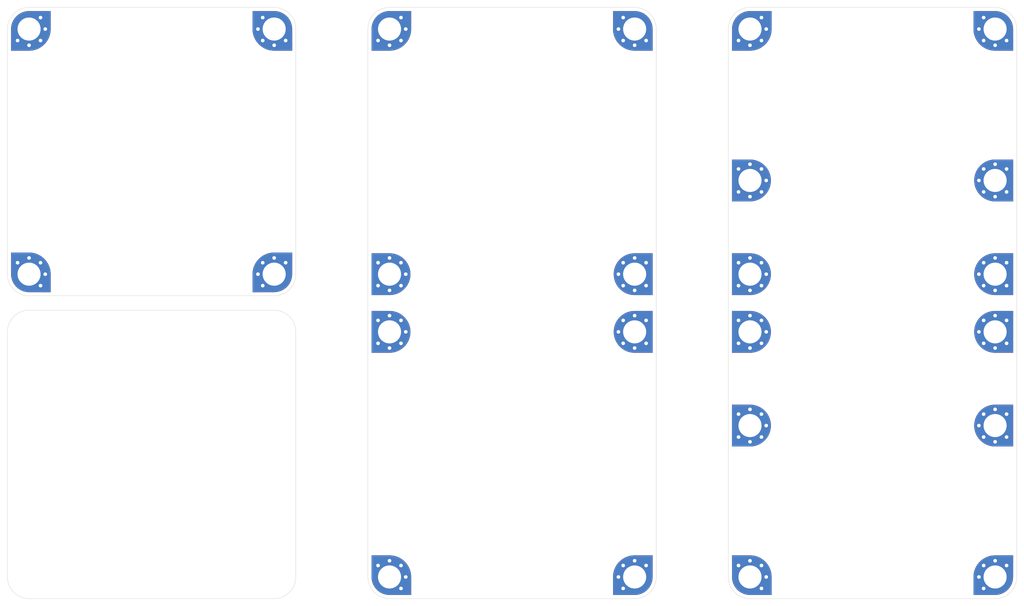
<source format=kicad_pcb>
(kicad_pcb (version 20240108) (generator "pcbnew") (generator_version "8.0")
  (layers (0 "F.Cu" signal) (31 "B.Cu" signal) (34 "B.Paste" user) (35 "F.Paste" user) (36 "B.SilkS" user "B.Silkscreen") (37 "F.SilkS" user "F.Silkscreen") (38 "B.Mask" user) (39 "F.Mask" user) (44 "Edge.Cuts" user))
  (net 0 "")
  (footprint "mechanical:MountingHole_3.2mm_M3_Pad_Via_side_compact" (layer "F.Cu") (at 167 87 180)
    (property "Reference" "REF**" (hide yes))
    (property "Value" "MountingHole_3.2mm_M3_Pad_Via_side_compact" (hide yes))
    (pad "1" thru_hole circle (at -1.591 -1.591 180) (size 0.8 0.8) (drill 0.5) (layers "*.Cu" "*.Mask"))
    (pad "1" thru_hole circle (at -1.591 1.591 180) (size 0.8 0.8) (drill 0.5) (layers "*.Cu" "*.Mask"))
    (pad "1" thru_hole circle (at 0 -2.25 180) (size 0.8 0.8) (drill 0.5) (layers "*.Cu" "*.Mask"))
    (pad "1" thru_hole custom (at 0 0 180) (size 5 5.8) (drill 3.2) (layers "*.Cu" "*.Mask") (clearance 0.5) (options (clearance outline) (anchor circle)) (primitives (gr_poly (pts (arc (start 0 -2.9) (mid 2.9 0) (end 0 2.9)) (xy -2.5 2.9) (xy -2.5 -2.9)) (width 0) (fill yes))))
    (pad "1" thru_hole circle (at 0 2.25 180) (size 0.8 0.8) (drill 0.5) (layers "*.Cu" "*.Mask"))
    (pad "1" thru_hole circle (at 1.591 -1.591 180) (size 0.8 0.8) (drill 0.5) (layers "*.Cu" "*.Mask"))
    (pad "1" thru_hole circle (at 1.591 1.591 180) (size 0.8 0.8) (drill 0.5) (layers "*.Cu" "*.Mask"))
    (pad "1" thru_hole circle (at 2.25 0 180) (size 0.8 0.8) (drill 0.5) (layers "*.Cu" "*.Mask"))
  )
  (footprint "mechanical:MountingHole_3.2mm_M3_Pad_Via_side_compact" (layer "F.Cu") (at 167 95 180)
    (property "Reference" "REF**" (hide yes))
    (property "Value" "MountingHole_3.2mm_M3_Pad_Via_side_compact" (hide yes))
    (pad "1" thru_hole circle (at -1.591 -1.591 180) (size 0.8 0.8) (drill 0.5) (layers "*.Cu" "*.Mask"))
    (pad "1" thru_hole circle (at -1.591 1.591 180) (size 0.8 0.8) (drill 0.5) (layers "*.Cu" "*.Mask"))
    (pad "1" thru_hole circle (at 0 -2.25 180) (size 0.8 0.8) (drill 0.5) (layers "*.Cu" "*.Mask"))
    (pad "1" thru_hole custom (at 0 0 180) (size 5 5.8) (drill 3.2) (layers "*.Cu" "*.Mask") (clearance 0.5) (options (clearance outline) (anchor circle)) (primitives (gr_poly (pts (arc (start 0 -2.9) (mid 2.9 0) (end 0 2.9)) (xy -2.5 2.9) (xy -2.5 -2.9)) (width 0) (fill yes))))
    (pad "1" thru_hole circle (at 0 2.25 180) (size 0.8 0.8) (drill 0.5) (layers "*.Cu" "*.Mask"))
    (pad "1" thru_hole circle (at 1.591 -1.591 180) (size 0.8 0.8) (drill 0.5) (layers "*.Cu" "*.Mask"))
    (pad "1" thru_hole circle (at 1.591 1.591 180) (size 0.8 0.8) (drill 0.5) (layers "*.Cu" "*.Mask"))
    (pad "1" thru_hole circle (at 2.25 0 180) (size 0.8 0.8) (drill 0.5) (layers "*.Cu" "*.Mask"))
  )
  (footprint "mechanical:MountingHole_3.2mm_M3_Pad_Via_side_compact" (layer "F.Cu") (at 217 108 180)
    (property "Reference" "REF**" (hide yes))
    (property "Value" "MountingHole_3.2mm_M3_Pad_Via_side_compact" (hide yes))
    (pad "1" thru_hole circle (at -1.591 -1.591 180) (size 0.8 0.8) (drill 0.5) (layers "*.Cu" "*.Mask"))
    (pad "1" thru_hole circle (at -1.591 1.591 180) (size 0.8 0.8) (drill 0.5) (layers "*.Cu" "*.Mask"))
    (pad "1" thru_hole circle (at 0 -2.25 180) (size 0.8 0.8) (drill 0.5) (layers "*.Cu" "*.Mask"))
    (pad "1" thru_hole custom (at 0 0 180) (size 5 5.8) (drill 3.2) (layers "*.Cu" "*.Mask") (clearance 0.5) (options (clearance outline) (anchor circle)) (primitives (gr_poly (pts (arc (start 0 -2.9) (mid 2.9 0) (end 0 2.9)) (xy -2.5 2.9) (xy -2.5 -2.9)) (width 0) (fill yes))))
    (pad "1" thru_hole circle (at 0 2.25 180) (size 0.8 0.8) (drill 0.5) (layers "*.Cu" "*.Mask"))
    (pad "1" thru_hole circle (at 1.591 -1.591 180) (size 0.8 0.8) (drill 0.5) (layers "*.Cu" "*.Mask"))
    (pad "1" thru_hole circle (at 1.591 1.591 180) (size 0.8 0.8) (drill 0.5) (layers "*.Cu" "*.Mask"))
    (pad "1" thru_hole circle (at 2.25 0 180) (size 0.8 0.8) (drill 0.5) (layers "*.Cu" "*.Mask"))
  )
  (footprint "mechanical:MountingHole_3.2mm_M3_Pad_Via_side_compact" (layer "F.Cu") (at 217 87 180)
    (property "Reference" "REF**" (hide yes))
    (property "Value" "MountingHole_3.2mm_M3_Pad_Via_side_compact" (hide yes))
    (pad "1" thru_hole circle (at -1.591 -1.591 180) (size 0.8 0.8) (drill 0.5) (layers "*.Cu" "*.Mask"))
    (pad "1" thru_hole circle (at -1.591 1.591 180) (size 0.8 0.8) (drill 0.5) (layers "*.Cu" "*.Mask"))
    (pad "1" thru_hole circle (at 0 -2.25 180) (size 0.8 0.8) (drill 0.5) (layers "*.Cu" "*.Mask"))
    (pad "1" thru_hole custom (at 0 0 180) (size 5 5.8) (drill 3.2) (layers "*.Cu" "*.Mask") (clearance 0.5) (options (clearance outline) (anchor circle)) (primitives (gr_poly (pts (arc (start 0 -2.9) (mid 2.9 0) (end 0 2.9)) (xy -2.5 2.9) (xy -2.5 -2.9)) (width 0) (fill yes))))
    (pad "1" thru_hole circle (at 0 2.25 180) (size 0.8 0.8) (drill 0.5) (layers "*.Cu" "*.Mask"))
    (pad "1" thru_hole circle (at 1.591 -1.591 180) (size 0.8 0.8) (drill 0.5) (layers "*.Cu" "*.Mask"))
    (pad "1" thru_hole circle (at 1.591 1.591 180) (size 0.8 0.8) (drill 0.5) (layers "*.Cu" "*.Mask"))
    (pad "1" thru_hole circle (at 2.25 0 180) (size 0.8 0.8) (drill 0.5) (layers "*.Cu" "*.Mask"))
  )
  (footprint "mechanical:MountingHole_3.2mm_M3_Pad_Via_corner_compact" (layer "F.Cu") (at 117 53 180)
    (property "Reference" "REF**" (hide yes))
    (property "Value" "MountingHole_3.2mm_M3_Pad_Via_corner_compact" (hide yes))
    (pad "1" thru_hole circle (at -1.591 -1.591 180) (size 0.8 0.8) (drill 0.5) (layers "*.Cu" "*.Mask"))
    (pad "1" thru_hole circle (at 0 -2.25 180) (size 0.8 0.8) (drill 0.5) (layers "*.Cu" "*.Mask"))
    (pad "1" thru_hole custom (at 0 0 180) (size 4.99 5) (drill 3.2) (layers "*.Cu" "*.Mask") (clearance 0.5) (options (clearance outline) (anchor circle)) (primitives (gr_poly (pts (xy 0 -3) (xy 0.168348 -2.997719) (xy 0.502928 -2.960021) (xy 0.831183 -2.885099) (xy 1.148985 -2.773895) (xy 1.452338 -2.627808) (xy 1.737427 -2.448674) (xy 2.000667 -2.238747) (xy 2.238747 -2.000667) (xy 2.448674 -1.737427) (xy 2.627808 -1.452338) (xy 2.773895 -1.148985) (xy 2.885099 -0.831183) (xy 2.960021 -0.502928) (xy 2.997719 -0.168348) (xy 3 0) (xy 3 2.5) (xy 0 2.495) (xy -2.495 0) (xy -2.5 -3)) (width 0) (fill yes))))
    (pad "1" thru_hole circle (at 1.591 -1.591 180) (size 0.8 0.8) (drill 0.5) (layers "*.Cu" "*.Mask"))
    (pad "1" thru_hole circle (at 1.591 1.591 180) (size 0.8 0.8) (drill 0.5) (layers "*.Cu" "*.Mask"))
    (pad "1" thru_hole circle (at 2.25 0 180) (size 0.8 0.8) (drill 0.5) (layers "*.Cu" "*.Mask"))
  )
  (footprint "mechanical:MountingHole_3.2mm_M3_bare_corner" (layer "F.Cu") (at 83 129)
    (property "Reference" "REF**" (hide yes))
    (property "Value" "MountingHole_3.2mm_M3_bare_corner" (hide yes))
    (pad "" np_thru_hole circle (at 0 0) (size 3.2 3.2) (drill 3.2) (layers "F&B.Cu" "*.Mask"))
  )
  (footprint "mechanical:MountingHole_3.2mm_M3_Pad_Via_side_compact" (layer "F.Cu") (at 183 108)
    (property "Reference" "REF**" (hide yes))
    (property "Value" "MountingHole_3.2mm_M3_Pad_Via_side_compact" (hide yes))
    (pad "1" thru_hole circle (at -1.591 -1.591) (size 0.8 0.8) (drill 0.5) (layers "*.Cu" "*.Mask"))
    (pad "1" thru_hole circle (at -1.591 1.591) (size 0.8 0.8) (drill 0.5) (layers "*.Cu" "*.Mask"))
    (pad "1" thru_hole circle (at 0 -2.25) (size 0.8 0.8) (drill 0.5) (layers "*.Cu" "*.Mask"))
    (pad "1" thru_hole custom (at 0 0) (size 5 5.8) (drill 3.2) (layers "*.Cu" "*.Mask") (clearance 0.5) (options (clearance outline) (anchor circle)) (primitives (gr_poly (pts (arc (start 0 -2.9) (mid 2.9 0) (end 0 2.9)) (xy -2.5 2.9) (xy -2.5 -2.9)) (width 0) (fill yes))))
    (pad "1" thru_hole circle (at 0 2.25) (size 0.8 0.8) (drill 0.5) (layers "*.Cu" "*.Mask"))
    (pad "1" thru_hole circle (at 1.591 -1.591) (size 0.8 0.8) (drill 0.5) (layers "*.Cu" "*.Mask"))
    (pad "1" thru_hole circle (at 1.591 1.591) (size 0.8 0.8) (drill 0.5) (layers "*.Cu" "*.Mask"))
    (pad "1" thru_hole circle (at 2.25 0) (size 0.8 0.8) (drill 0.5) (layers "*.Cu" "*.Mask"))
  )
  (footprint "mechanical:MountingHole_3.2mm_M3_Pad_Via_corner_compact" (layer "F.Cu") (at 167 53 180)
    (property "Reference" "REF**" (hide yes))
    (property "Value" "MountingHole_3.2mm_M3_Pad_Via_corner_compact" (hide yes))
    (pad "1" thru_hole circle (at -1.591 -1.591 180) (size 0.8 0.8) (drill 0.5) (layers "*.Cu" "*.Mask"))
    (pad "1" thru_hole circle (at 0 -2.25 180) (size 0.8 0.8) (drill 0.5) (layers "*.Cu" "*.Mask"))
    (pad "1" thru_hole custom (at 0 0 180) (size 4.99 5) (drill 3.2) (layers "*.Cu" "*.Mask") (clearance 0.5) (options (clearance outline) (anchor circle)) (primitives (gr_poly (pts (xy 0 -3) (xy 0.168348 -2.997719) (xy 0.502928 -2.960021) (xy 0.831183 -2.885099) (xy 1.148985 -2.773895) (xy 1.452338 -2.627808) (xy 1.737427 -2.448674) (xy 2.000667 -2.238747) (xy 2.238747 -2.000667) (xy 2.448674 -1.737427) (xy 2.627808 -1.452338) (xy 2.773895 -1.148985) (xy 2.885099 -0.831183) (xy 2.960021 -0.502928) (xy 2.997719 -0.168348) (xy 3 0) (xy 3 2.5) (xy 0 2.495) (xy -2.495 0) (xy -2.5 -3)) (width 0) (fill yes))))
    (pad "1" thru_hole circle (at 1.591 -1.591 180) (size 0.8 0.8) (drill 0.5) (layers "*.Cu" "*.Mask"))
    (pad "1" thru_hole circle (at 1.591 1.591 180) (size 0.8 0.8) (drill 0.5) (layers "*.Cu" "*.Mask"))
    (pad "1" thru_hole circle (at 2.25 0 180) (size 0.8 0.8) (drill 0.5) (layers "*.Cu" "*.Mask"))
  )
  (footprint "mechanical:MountingHole_3.2mm_M3_bare_corner" (layer "F.Cu") (at 83 95 -90)
    (property "Reference" "REF**" (hide yes))
    (property "Value" "MountingHole_3.2mm_M3_bare_corner" (hide yes))
    (pad "" np_thru_hole circle (at 0 0 270) (size 3.2 3.2) (drill 3.2) (layers "F&B.Cu" "*.Mask"))
  )
  (footprint "mechanical:MountingHole_3.2mm_M3_Pad_Via_corner_compact" (layer "F.Cu") (at 183 53 -90)
    (property "Reference" "REF**" (hide yes))
    (property "Value" "MountingHole_3.2mm_M3_Pad_Via_corner_compact" (hide yes))
    (pad "1" thru_hole circle (at -1.591 -1.591 270) (size 0.8 0.8) (drill 0.5) (layers "*.Cu" "*.Mask"))
    (pad "1" thru_hole circle (at 0 -2.25 270) (size 0.8 0.8) (drill 0.5) (layers "*.Cu" "*.Mask"))
    (pad "1" thru_hole custom (at 0 0 270) (size 4.99 5) (drill 3.2) (layers "*.Cu" "*.Mask") (clearance 0.5) (options (clearance outline) (anchor circle)) (primitives (gr_poly (pts (xy 0 -3) (xy 0.168348 -2.997719) (xy 0.502928 -2.960021) (xy 0.831183 -2.885099) (xy 1.148985 -2.773895) (xy 1.452338 -2.627808) (xy 1.737427 -2.448674) (xy 2.000667 -2.238747) (xy 2.238747 -2.000667) (xy 2.448674 -1.737427) (xy 2.627808 -1.452338) (xy 2.773895 -1.148985) (xy 2.885099 -0.831183) (xy 2.960021 -0.502928) (xy 2.997719 -0.168348) (xy 3 0) (xy 3 2.5) (xy 0 2.495) (xy -2.495 0) (xy -2.5 -3)) (width 0) (fill yes))))
    (pad "1" thru_hole circle (at 1.591 -1.591 270) (size 0.8 0.8) (drill 0.5) (layers "*.Cu" "*.Mask"))
    (pad "1" thru_hole circle (at 1.591 1.591 270) (size 0.8 0.8) (drill 0.5) (layers "*.Cu" "*.Mask"))
    (pad "1" thru_hole circle (at 2.25 0 270) (size 0.8 0.8) (drill 0.5) (layers "*.Cu" "*.Mask"))
  )
  (footprint "mechanical:MountingHole_3.2mm_M3_Pad_Via_corner_compact" (layer "F.Cu") (at 117 87 90)
    (property "Reference" "REF**" (hide yes))
    (property "Value" "MountingHole_3.2mm_M3_Pad_Via_corner_compact" (hide yes))
    (pad "1" thru_hole circle (at -1.591 -1.591 90) (size 0.8 0.8) (drill 0.5) (layers "*.Cu" "*.Mask"))
    (pad "1" thru_hole circle (at 0 -2.25 90) (size 0.8 0.8) (drill 0.5) (layers "*.Cu" "*.Mask"))
    (pad "1" thru_hole custom (at 0 0 90) (size 4.99 5) (drill 3.2) (layers "*.Cu" "*.Mask") (clearance 0.5) (options (clearance outline) (anchor circle)) (primitives (gr_poly (pts (xy 0 -3) (xy 0.168348 -2.997719) (xy 0.502928 -2.960021) (xy 0.831183 -2.885099) (xy 1.148985 -2.773895) (xy 1.452338 -2.627808) (xy 1.737427 -2.448674) (xy 2.000667 -2.238747) (xy 2.238747 -2.000667) (xy 2.448674 -1.737427) (xy 2.627808 -1.452338) (xy 2.773895 -1.148985) (xy 2.885099 -0.831183) (xy 2.960021 -0.502928) (xy 2.997719 -0.168348) (xy 3 0) (xy 3 2.5) (xy 0 2.495) (xy -2.495 0) (xy -2.5 -3)) (width 0) (fill yes))))
    (pad "1" thru_hole circle (at 1.591 -1.591 90) (size 0.8 0.8) (drill 0.5) (layers "*.Cu" "*.Mask"))
    (pad "1" thru_hole circle (at 1.591 1.591 90) (size 0.8 0.8) (drill 0.5) (layers "*.Cu" "*.Mask"))
    (pad "1" thru_hole circle (at 2.25 0 90) (size 0.8 0.8) (drill 0.5) (layers "*.Cu" "*.Mask"))
  )
  (footprint "mechanical:MountingHole_3.2mm_M3_Pad_Via_corner_compact" (layer "F.Cu") (at 217 53 180)
    (property "Reference" "REF**" (hide yes))
    (property "Value" "MountingHole_3.2mm_M3_Pad_Via_corner_compact" (hide yes))
    (pad "1" thru_hole circle (at -1.591 -1.591 180) (size 0.8 0.8) (drill 0.5) (layers "*.Cu" "*.Mask"))
    (pad "1" thru_hole circle (at 0 -2.25 180) (size 0.8 0.8) (drill 0.5) (layers "*.Cu" "*.Mask"))
    (pad "1" thru_hole custom (at 0 0 180) (size 4.99 5) (drill 3.2) (layers "*.Cu" "*.Mask") (clearance 0.5) (options (clearance outline) (anchor circle)) (primitives (gr_poly (pts (xy 0 -3) (xy 0.168348 -2.997719) (xy 0.502928 -2.960021) (xy 0.831183 -2.885099) (xy 1.148985 -2.773895) (xy 1.452338 -2.627808) (xy 1.737427 -2.448674) (xy 2.000667 -2.238747) (xy 2.238747 -2.000667) (xy 2.448674 -1.737427) (xy 2.627808 -1.452338) (xy 2.773895 -1.148985) (xy 2.885099 -0.831183) (xy 2.960021 -0.502928) (xy 2.997719 -0.168348) (xy 3 0) (xy 3 2.5) (xy 0 2.495) (xy -2.495 0) (xy -2.5 -3)) (width 0) (fill yes))))
    (pad "1" thru_hole circle (at 1.591 -1.591 180) (size 0.8 0.8) (drill 0.5) (layers "*.Cu" "*.Mask"))
    (pad "1" thru_hole circle (at 1.591 1.591 180) (size 0.8 0.8) (drill 0.5) (layers "*.Cu" "*.Mask"))
    (pad "1" thru_hole circle (at 2.25 0 180) (size 0.8 0.8) (drill 0.5) (layers "*.Cu" "*.Mask"))
  )
  (footprint "mechanical:MountingHole_3.2mm_M3_Pad_Via_corner_compact" (layer "F.Cu") (at 183 129)
    (property "Reference" "REF**" (hide yes))
    (property "Value" "MountingHole_3.2mm_M3_Pad_Via_corner_compact" (hide yes))
    (pad "1" thru_hole circle (at -1.591 -1.591) (size 0.8 0.8) (drill 0.5) (layers "*.Cu" "*.Mask"))
    (pad "1" thru_hole circle (at 0 -2.25) (size 0.8 0.8) (drill 0.5) (layers "*.Cu" "*.Mask"))
    (pad "1" thru_hole custom (at 0 0) (size 4.99 5) (drill 3.2) (layers "*.Cu" "*.Mask") (clearance 0.5) (options (clearance outline) (anchor circle)) (primitives (gr_poly (pts (xy 0 -3) (xy 0.168348 -2.997719) (xy 0.502928 -2.960021) (xy 0.831183 -2.885099) (xy 1.148985 -2.773895) (xy 1.452338 -2.627808) (xy 1.737427 -2.448674) (xy 2.000667 -2.238747) (xy 2.238747 -2.000667) (xy 2.448674 -1.737427) (xy 2.627808 -1.452338) (xy 2.773895 -1.148985) (xy 2.885099 -0.831183) (xy 2.960021 -0.502928) (xy 2.997719 -0.168348) (xy 3 0) (xy 3 2.5) (xy 0 2.495) (xy -2.495 0) (xy -2.5 -3)) (width 0) (fill yes))))
    (pad "1" thru_hole circle (at 1.591 -1.591) (size 0.8 0.8) (drill 0.5) (layers "*.Cu" "*.Mask"))
    (pad "1" thru_hole circle (at 1.591 1.591) (size 0.8 0.8) (drill 0.5) (layers "*.Cu" "*.Mask"))
    (pad "1" thru_hole circle (at 2.25 0) (size 0.8 0.8) (drill 0.5) (layers "*.Cu" "*.Mask"))
  )
  (footprint "mechanical:MountingHole_3.2mm_M3_Pad_Via_corner_compact" (layer "F.Cu") (at 133 53 -90)
    (property "Reference" "REF**" (hide yes))
    (property "Value" "MountingHole_3.2mm_M3_Pad_Via_corner_compact" (hide yes))
    (pad "1" thru_hole circle (at -1.591 -1.591 270) (size 0.8 0.8) (drill 0.5) (layers "*.Cu" "*.Mask"))
    (pad "1" thru_hole circle (at 0 -2.25 270) (size 0.8 0.8) (drill 0.5) (layers "*.Cu" "*.Mask"))
    (pad "1" thru_hole custom (at 0 0 270) (size 4.99 5) (drill 3.2) (layers "*.Cu" "*.Mask") (clearance 0.5) (options (clearance outline) (anchor circle)) (primitives (gr_poly (pts (xy 0 -3) (xy 0.168348 -2.997719) (xy 0.502928 -2.960021) (xy 0.831183 -2.885099) (xy 1.148985 -2.773895) (xy 1.452338 -2.627808) (xy 1.737427 -2.448674) (xy 2.000667 -2.238747) (xy 2.238747 -2.000667) (xy 2.448674 -1.737427) (xy 2.627808 -1.452338) (xy 2.773895 -1.148985) (xy 2.885099 -0.831183) (xy 2.960021 -0.502928) (xy 2.997719 -0.168348) (xy 3 0) (xy 3 2.5) (xy 0 2.495) (xy -2.495 0) (xy -2.5 -3)) (width 0) (fill yes))))
    (pad "1" thru_hole circle (at 1.591 -1.591 270) (size 0.8 0.8) (drill 0.5) (layers "*.Cu" "*.Mask"))
    (pad "1" thru_hole circle (at 1.591 1.591 270) (size 0.8 0.8) (drill 0.5) (layers "*.Cu" "*.Mask"))
    (pad "1" thru_hole circle (at 2.25 0 270) (size 0.8 0.8) (drill 0.5) (layers "*.Cu" "*.Mask"))
  )
  (footprint "mechanical:MountingHole_3.2mm_M3_Pad_Via_corner_compact" (layer "F.Cu") (at 167 129 90)
    (property "Reference" "REF**" (hide yes))
    (property "Value" "MountingHole_3.2mm_M3_Pad_Via_corner_compact" (hide yes))
    (pad "1" thru_hole circle (at -1.591 -1.591 90) (size 0.8 0.8) (drill 0.5) (layers "*.Cu" "*.Mask"))
    (pad "1" thru_hole circle (at 0 -2.25 90) (size 0.8 0.8) (drill 0.5) (layers "*.Cu" "*.Mask"))
    (pad "1" thru_hole custom (at 0 0 90) (size 4.99 5) (drill 3.2) (layers "*.Cu" "*.Mask") (clearance 0.5) (options (clearance outline) (anchor circle)) (primitives (gr_poly (pts (xy 0 -3) (xy 0.168348 -2.997719) (xy 0.502928 -2.960021) (xy 0.831183 -2.885099) (xy 1.148985 -2.773895) (xy 1.452338 -2.627808) (xy 1.737427 -2.448674) (xy 2.000667 -2.238747) (xy 2.238747 -2.000667) (xy 2.448674 -1.737427) (xy 2.627808 -1.452338) (xy 2.773895 -1.148985) (xy 2.885099 -0.831183) (xy 2.960021 -0.502928) (xy 2.997719 -0.168348) (xy 3 0) (xy 3 2.5) (xy 0 2.495) (xy -2.495 0) (xy -2.5 -3)) (width 0) (fill yes))))
    (pad "1" thru_hole circle (at 1.591 -1.591 90) (size 0.8 0.8) (drill 0.5) (layers "*.Cu" "*.Mask"))
    (pad "1" thru_hole circle (at 1.591 1.591 90) (size 0.8 0.8) (drill 0.5) (layers "*.Cu" "*.Mask"))
    (pad "1" thru_hole circle (at 2.25 0 90) (size 0.8 0.8) (drill 0.5) (layers "*.Cu" "*.Mask"))
  )
  (footprint "mechanical:MountingHole_3.2mm_M3_Pad_Via_side_compact" (layer "F.Cu") (at 183 95)
    (property "Reference" "REF**" (hide yes))
    (property "Value" "MountingHole_3.2mm_M3_Pad_Via_side_compact" (hide yes))
    (pad "1" thru_hole circle (at -1.591 -1.591) (size 0.8 0.8) (drill 0.5) (layers "*.Cu" "*.Mask"))
    (pad "1" thru_hole circle (at -1.591 1.591) (size 0.8 0.8) (drill 0.5) (layers "*.Cu" "*.Mask"))
    (pad "1" thru_hole circle (at 0 -2.25) (size 0.8 0.8) (drill 0.5) (layers "*.Cu" "*.Mask"))
    (pad "1" thru_hole custom (at 0 0) (size 5 5.8) (drill 3.2) (layers "*.Cu" "*.Mask") (clearance 0.5) (options (clearance outline) (anchor circle)) (primitives (gr_poly (pts (arc (start 0 -2.9) (mid 2.9 0) (end 0 2.9)) (xy -2.5 2.9) (xy -2.5 -2.9)) (width 0) (fill yes))))
    (pad "1" thru_hole circle (at 0 2.25) (size 0.8 0.8) (drill 0.5) (layers "*.Cu" "*.Mask"))
    (pad "1" thru_hole circle (at 1.591 -1.591) (size 0.8 0.8) (drill 0.5) (layers "*.Cu" "*.Mask"))
    (pad "1" thru_hole circle (at 1.591 1.591) (size 0.8 0.8) (drill 0.5) (layers "*.Cu" "*.Mask"))
    (pad "1" thru_hole circle (at 2.25 0) (size 0.8 0.8) (drill 0.5) (layers "*.Cu" "*.Mask"))
  )
  (footprint "mechanical:MountingHole_3.2mm_M3_Pad_Via_corner_compact" (layer "F.Cu") (at 83 53 -90)
    (property "Reference" "REF**" (hide yes))
    (property "Value" "MountingHole_3.2mm_M3_Pad_Via_corner_compact" (hide yes))
    (pad "1" thru_hole circle (at -1.591 -1.591 270) (size 0.8 0.8) (drill 0.5) (layers "*.Cu" "*.Mask"))
    (pad "1" thru_hole circle (at 0 -2.25 270) (size 0.8 0.8) (drill 0.5) (layers "*.Cu" "*.Mask"))
    (pad "1" thru_hole custom (at 0 0 270) (size 4.99 5) (drill 3.2) (layers "*.Cu" "*.Mask") (clearance 0.5) (options (clearance outline) (anchor circle)) (primitives (gr_poly (pts (xy 0 -3) (xy 0.168348 -2.997719) (xy 0.502928 -2.960021) (xy 0.831183 -2.885099) (xy 1.148985 -2.773895) (xy 1.452338 -2.627808) (xy 1.737427 -2.448674) (xy 2.000667 -2.238747) (xy 2.238747 -2.000667) (xy 2.448674 -1.737427) (xy 2.627808 -1.452338) (xy 2.773895 -1.148985) (xy 2.885099 -0.831183) (xy 2.960021 -0.502928) (xy 2.997719 -0.168348) (xy 3 0) (xy 3 2.5) (xy 0 2.495) (xy -2.495 0) (xy -2.5 -3)) (width 0) (fill yes))))
    (pad "1" thru_hole circle (at 1.591 -1.591 270) (size 0.8 0.8) (drill 0.5) (layers "*.Cu" "*.Mask"))
    (pad "1" thru_hole circle (at 1.591 1.591 270) (size 0.8 0.8) (drill 0.5) (layers "*.Cu" "*.Mask"))
    (pad "1" thru_hole circle (at 2.25 0 270) (size 0.8 0.8) (drill 0.5) (layers "*.Cu" "*.Mask"))
  )
  (footprint "mechanical:MountingHole_3.2mm_M3_bare_corner" (layer "F.Cu") (at 117 95 180)
    (property "Reference" "REF**" (hide yes))
    (property "Value" "MountingHole_3.2mm_M3_bare_corner" (hide yes))
    (pad "" np_thru_hole circle (at 0 0 180) (size 3.2 3.2) (drill 3.2) (layers "F&B.Cu" "*.Mask"))
  )
  (footprint "mechanical:MountingHole_3.2mm_M3_Pad_Via_side_compact" (layer "F.Cu") (at 183 87)
    (property "Reference" "REF**" (hide yes))
    (property "Value" "MountingHole_3.2mm_M3_Pad_Via_side_compact" (hide yes))
    (pad "1" thru_hole circle (at -1.591 -1.591) (size 0.8 0.8) (drill 0.5) (layers "*.Cu" "*.Mask"))
    (pad "1" thru_hole circle (at -1.591 1.591) (size 0.8 0.8) (drill 0.5) (layers "*.Cu" "*.Mask"))
    (pad "1" thru_hole circle (at 0 -2.25) (size 0.8 0.8) (drill 0.5) (layers "*.Cu" "*.Mask"))
    (pad "1" thru_hole custom (at 0 0) (size 5 5.8) (drill 3.2) (layers "*.Cu" "*.Mask") (clearance 0.5) (options (clearance outline) (anchor circle)) (primitives (gr_poly (pts (arc (start 0 -2.9) (mid 2.9 0) (end 0 2.9)) (xy -2.5 2.9) (xy -2.5 -2.9)) (width 0) (fill yes))))
    (pad "1" thru_hole circle (at 0 2.25) (size 0.8 0.8) (drill 0.5) (layers "*.Cu" "*.Mask"))
    (pad "1" thru_hole circle (at 1.591 -1.591) (size 0.8 0.8) (drill 0.5) (layers "*.Cu" "*.Mask"))
    (pad "1" thru_hole circle (at 1.591 1.591) (size 0.8 0.8) (drill 0.5) (layers "*.Cu" "*.Mask"))
    (pad "1" thru_hole circle (at 2.25 0) (size 0.8 0.8) (drill 0.5) (layers "*.Cu" "*.Mask"))
  )
  (footprint "mechanical:MountingHole_3.2mm_M3_Pad_Via_side_compact" (layer "F.Cu") (at 183 74)
    (property "Reference" "REF**" (hide yes))
    (property "Value" "MountingHole_3.2mm_M3_Pad_Via_side_compact" (hide yes))
    (pad "1" thru_hole circle (at -1.591 -1.591) (size 0.8 0.8) (drill 0.5) (layers "*.Cu" "*.Mask"))
    (pad "1" thru_hole circle (at -1.591 1.591) (size 0.8 0.8) (drill 0.5) (layers "*.Cu" "*.Mask"))
    (pad "1" thru_hole circle (at 0 -2.25) (size 0.8 0.8) (drill 0.5) (layers "*.Cu" "*.Mask"))
    (pad "1" thru_hole custom (at 0 0) (size 5 5.8) (drill 3.2) (layers "*.Cu" "*.Mask") (clearance 0.5) (options (clearance outline) (anchor circle)) (primitives (gr_poly (pts (arc (start 0 -2.9) (mid 2.9 0) (end 0 2.9)) (xy -2.5 2.9) (xy -2.5 -2.9)) (width 0) (fill yes))))
    (pad "1" thru_hole circle (at 0 2.25) (size 0.8 0.8) (drill 0.5) (layers "*.Cu" "*.Mask"))
    (pad "1" thru_hole circle (at 1.591 -1.591) (size 0.8 0.8) (drill 0.5) (layers "*.Cu" "*.Mask"))
    (pad "1" thru_hole circle (at 1.591 1.591) (size 0.8 0.8) (drill 0.5) (layers "*.Cu" "*.Mask"))
    (pad "1" thru_hole circle (at 2.25 0) (size 0.8 0.8) (drill 0.5) (layers "*.Cu" "*.Mask"))
  )
  (footprint "mechanical:MountingHole_3.2mm_M3_Pad_Via_side_compact" (layer "F.Cu") (at 217 95 180)
    (property "Reference" "REF**" (hide yes))
    (property "Value" "MountingHole_3.2mm_M3_Pad_Via_side_compact" (hide yes))
    (pad "1" thru_hole circle (at -1.591 -1.591 180) (size 0.8 0.8) (drill 0.5) (layers "*.Cu" "*.Mask"))
    (pad "1" thru_hole circle (at -1.591 1.591 180) (size 0.8 0.8) (drill 0.5) (layers "*.Cu" "*.Mask"))
    (pad "1" thru_hole circle (at 0 -2.25 180) (size 0.8 0.8) (drill 0.5) (layers "*.Cu" "*.Mask"))
    (pad "1" thru_hole custom (at 0 0 180) (size 5 5.8) (drill 3.2) (layers "*.Cu" "*.Mask") (clearance 0.5) (options (clearance outline) (anchor circle)) (primitives (gr_poly (pts (arc (start 0 -2.9) (mid 2.9 0) (end 0 2.9)) (xy -2.5 2.9) (xy -2.5 -2.9)) (width 0) (fill yes))))
    (pad "1" thru_hole circle (at 0 2.25 180) (size 0.8 0.8) (drill 0.5) (layers "*.Cu" "*.Mask"))
    (pad "1" thru_hole circle (at 1.591 -1.591 180) (size 0.8 0.8) (drill 0.5) (layers "*.Cu" "*.Mask"))
    (pad "1" thru_hole circle (at 1.591 1.591 180) (size 0.8 0.8) (drill 0.5) (layers "*.Cu" "*.Mask"))
    (pad "1" thru_hole circle (at 2.25 0 180) (size 0.8 0.8) (drill 0.5) (layers "*.Cu" "*.Mask"))
  )
  (footprint "mechanical:MountingHole_3.2mm_M3_Pad_Via_corner_compact" (layer "F.Cu") (at 217 129 90)
    (property "Reference" "REF**" (hide yes))
    (property "Value" "MountingHole_3.2mm_M3_Pad_Via_corner_compact" (hide yes))
    (pad "1" thru_hole circle (at -1.591 -1.591 90) (size 0.8 0.8) (drill 0.5) (layers "*.Cu" "*.Mask"))
    (pad "1" thru_hole circle (at 0 -2.25 90) (size 0.8 0.8) (drill 0.5) (layers "*.Cu" "*.Mask"))
    (pad "1" thru_hole custom (at 0 0 90) (size 4.99 5) (drill 3.2) (layers "*.Cu" "*.Mask") (clearance 0.5) (options (clearance outline) (anchor circle)) (primitives (gr_poly (pts (xy 0 -3) (xy 0.168348 -2.997719) (xy 0.502928 -2.960021) (xy 0.831183 -2.885099) (xy 1.148985 -2.773895) (xy 1.452338 -2.627808) (xy 1.737427 -2.448674) (xy 2.000667 -2.238747) (xy 2.238747 -2.000667) (xy 2.448674 -1.737427) (xy 2.627808 -1.452338) (xy 2.773895 -1.148985) (xy 2.885099 -0.831183) (xy 2.960021 -0.502928) (xy 2.997719 -0.168348) (xy 3 0) (xy 3 2.5) (xy 0 2.495) (xy -2.495 0) (xy -2.5 -3)) (width 0) (fill yes))))
    (pad "1" thru_hole circle (at 1.591 -1.591 90) (size 0.8 0.8) (drill 0.5) (layers "*.Cu" "*.Mask"))
    (pad "1" thru_hole circle (at 1.591 1.591 90) (size 0.8 0.8) (drill 0.5) (layers "*.Cu" "*.Mask"))
    (pad "1" thru_hole circle (at 2.25 0 90) (size 0.8 0.8) (drill 0.5) (layers "*.Cu" "*.Mask"))
  )
  (footprint "mechanical:MountingHole_3.2mm_M3_Pad_Via_corner_compact" (layer "F.Cu") (at 133 129)
    (property "Reference" "REF**" (hide yes))
    (property "Value" "MountingHole_3.2mm_M3_Pad_Via_corner_compact" (hide yes))
    (pad "1" thru_hole circle (at -1.591 -1.591) (size 0.8 0.8) (drill 0.5) (layers "*.Cu" "*.Mask"))
    (pad "1" thru_hole circle (at 0 -2.25) (size 0.8 0.8) (drill 0.5) (layers "*.Cu" "*.Mask"))
    (pad "1" thru_hole custom (at 0 0) (size 4.99 5) (drill 3.2) (layers "*.Cu" "*.Mask") (clearance 0.5) (options (clearance outline) (anchor circle)) (primitives (gr_poly (pts (xy 0 -3) (xy 0.168348 -2.997719) (xy 0.502928 -2.960021) (xy 0.831183 -2.885099) (xy 1.148985 -2.773895) (xy 1.452338 -2.627808) (xy 1.737427 -2.448674) (xy 2.000667 -2.238747) (xy 2.238747 -2.000667) (xy 2.448674 -1.737427) (xy 2.627808 -1.452338) (xy 2.773895 -1.148985) (xy 2.885099 -0.831183) (xy 2.960021 -0.502928) (xy 2.997719 -0.168348) (xy 3 0) (xy 3 2.5) (xy 0 2.495) (xy -2.495 0) (xy -2.5 -3)) (width 0) (fill yes))))
    (pad "1" thru_hole circle (at 1.591 -1.591) (size 0.8 0.8) (drill 0.5) (layers "*.Cu" "*.Mask"))
    (pad "1" thru_hole circle (at 1.591 1.591) (size 0.8 0.8) (drill 0.5) (layers "*.Cu" "*.Mask"))
    (pad "1" thru_hole circle (at 2.25 0) (size 0.8 0.8) (drill 0.5) (layers "*.Cu" "*.Mask"))
  )
  (footprint "mechanical:MountingHole_3.2mm_M3_Pad_Via_side_compact" (layer "F.Cu") (at 133 95)
    (property "Reference" "REF**" (hide yes))
    (property "Value" "MountingHole_3.2mm_M3_Pad_Via_side_compact" (hide yes))
    (pad "1" thru_hole circle (at -1.591 -1.591) (size 0.8 0.8) (drill 0.5) (layers "*.Cu" "*.Mask"))
    (pad "1" thru_hole circle (at -1.591 1.591) (size 0.8 0.8) (drill 0.5) (layers "*.Cu" "*.Mask"))
    (pad "1" thru_hole circle (at 0 -2.25) (size 0.8 0.8) (drill 0.5) (layers "*.Cu" "*.Mask"))
    (pad "1" thru_hole custom (at 0 0) (size 5 5.8) (drill 3.2) (layers "*.Cu" "*.Mask") (clearance 0.5) (options (clearance outline) (anchor circle)) (primitives (gr_poly (pts (arc (start 0 -2.9) (mid 2.9 0) (end 0 2.9)) (xy -2.5 2.9) (xy -2.5 -2.9)) (width 0) (fill yes))))
    (pad "1" thru_hole circle (at 0 2.25) (size 0.8 0.8) (drill 0.5) (layers "*.Cu" "*.Mask"))
    (pad "1" thru_hole circle (at 1.591 -1.591) (size 0.8 0.8) (drill 0.5) (layers "*.Cu" "*.Mask"))
    (pad "1" thru_hole circle (at 1.591 1.591) (size 0.8 0.8) (drill 0.5) (layers "*.Cu" "*.Mask"))
    (pad "1" thru_hole circle (at 2.25 0) (size 0.8 0.8) (drill 0.5) (layers "*.Cu" "*.Mask"))
  )
  (footprint "mechanical:MountingHole_3.2mm_M3_Pad_Via_side_compact" (layer "F.Cu") (at 133 87)
    (property "Reference" "REF**" (hide yes))
    (property "Value" "MountingHole_3.2mm_M3_Pad_Via_side_compact" (hide yes))
    (pad "1" thru_hole circle (at -1.591 -1.591) (size 0.8 0.8) (drill 0.5) (layers "*.Cu" "*.Mask"))
    (pad "1" thru_hole circle (at -1.591 1.591) (size 0.8 0.8) (drill 0.5) (layers "*.Cu" "*.Mask"))
    (pad "1" thru_hole circle (at 0 -2.25) (size 0.8 0.8) (drill 0.5) (layers "*.Cu" "*.Mask"))
    (pad "1" thru_hole custom (at 0 0) (size 5 5.8) (drill 3.2) (layers "*.Cu" "*.Mask") (clearance 0.5) (options (clearance outline) (anchor circle)) (primitives (gr_poly (pts (arc (start 0 -2.9) (mid 2.9 0) (end 0 2.9)) (xy -2.5 2.9) (xy -2.5 -2.9)) (width 0) (fill yes))))
    (pad "1" thru_hole circle (at 0 2.25) (size 0.8 0.8) (drill 0.5) (layers "*.Cu" "*.Mask"))
    (pad "1" thru_hole circle (at 1.591 -1.591) (size 0.8 0.8) (drill 0.5) (layers "*.Cu" "*.Mask"))
    (pad "1" thru_hole circle (at 1.591 1.591) (size 0.8 0.8) (drill 0.5) (layers "*.Cu" "*.Mask"))
    (pad "1" thru_hole circle (at 2.25 0) (size 0.8 0.8) (drill 0.5) (layers "*.Cu" "*.Mask"))
  )
  (footprint "mechanical:MountingHole_3.2mm_M3_Pad_Via_corner_compact" (layer "F.Cu") (at 83 87)
    (property "Reference" "REF**" (hide yes))
    (property "Value" "MountingHole_3.2mm_M3_Pad_Via_corner_compact" (hide yes))
    (pad "1" thru_hole circle (at -1.591 -1.591) (size 0.8 0.8) (drill 0.5) (layers "*.Cu" "*.Mask"))
    (pad "1" thru_hole circle (at 0 -2.25) (size 0.8 0.8) (drill 0.5) (layers "*.Cu" "*.Mask"))
    (pad "1" thru_hole custom (at 0 0) (size 4.99 5) (drill 3.2) (layers "*.Cu" "*.Mask") (clearance 0.5) (options (clearance outline) (anchor circle)) (primitives (gr_poly (pts (xy 0 -3) (xy 0.168348 -2.997719) (xy 0.502928 -2.960021) (xy 0.831183 -2.885099) (xy 1.148985 -2.773895) (xy 1.452338 -2.627808) (xy 1.737427 -2.448674) (xy 2.000667 -2.238747) (xy 2.238747 -2.000667) (xy 2.448674 -1.737427) (xy 2.627808 -1.452338) (xy 2.773895 -1.148985) (xy 2.885099 -0.831183) (xy 2.960021 -0.502928) (xy 2.997719 -0.168348) (xy 3 0) (xy 3 2.5) (xy 0 2.495) (xy -2.495 0) (xy -2.5 -3)) (width 0) (fill yes))))
    (pad "1" thru_hole circle (at 1.591 -1.591) (size 0.8 0.8) (drill 0.5) (layers "*.Cu" "*.Mask"))
    (pad "1" thru_hole circle (at 1.591 1.591) (size 0.8 0.8) (drill 0.5) (layers "*.Cu" "*.Mask"))
    (pad "1" thru_hole circle (at 2.25 0) (size 0.8 0.8) (drill 0.5) (layers "*.Cu" "*.Mask"))
  )
  (footprint "mechanical:MountingHole_3.2mm_M3_Pad_Via_side_compact" (layer "F.Cu") (at 217 74 180)
    (property "Reference" "REF**" (hide yes))
    (property "Value" "MountingHole_3.2mm_M3_Pad_Via_side_compact" (hide yes))
    (pad "1" thru_hole circle (at -1.591 -1.591 180) (size 0.8 0.8) (drill 0.5) (layers "*.Cu" "*.Mask"))
    (pad "1" thru_hole circle (at -1.591 1.591 180) (size 0.8 0.8) (drill 0.5) (layers "*.Cu" "*.Mask"))
    (pad "1" thru_hole circle (at 0 -2.25 180) (size 0.8 0.8) (drill 0.5) (layers "*.Cu" "*.Mask"))
    (pad "1" thru_hole custom (at 0 0 180) (size 5 5.8) (drill 3.2) (layers "*.Cu" "*.Mask") (clearance 0.5) (options (clearance outline) (anchor circle)) (primitives (gr_poly (pts (arc (start 0 -2.9) (mid 2.9 0) (end 0 2.9)) (xy -2.5 2.9) (xy -2.5 -2.9)) (width 0) (fill yes))))
    (pad "1" thru_hole circle (at 0 2.25 180) (size 0.8 0.8) (drill 0.5) (layers "*.Cu" "*.Mask"))
    (pad "1" thru_hole circle (at 1.591 -1.591 180) (size 0.8 0.8) (drill 0.5) (layers "*.Cu" "*.Mask"))
    (pad "1" thru_hole circle (at 1.591 1.591 180) (size 0.8 0.8) (drill 0.5) (layers "*.Cu" "*.Mask"))
    (pad "1" thru_hole circle (at 2.25 0 180) (size 0.8 0.8) (drill 0.5) (layers "*.Cu" "*.Mask"))
  )
  (footprint "mechanical:MountingHole_3.2mm_M3_bare_corner" (layer "F.Cu") (at 117 129 90)
    (property "Reference" "REF**" (hide yes))
    (property "Value" "MountingHole_3.2mm_M3_bare_corner" (hide yes))
    (pad "" np_thru_hole circle (at 0 0 90) (size 3.2 3.2) (drill 3.2) (layers "F&B.Cu" "*.Mask"))
  )
  (gr_poly (pts (arc (start 117 132) (mid 119.12132 131.12132) (end 120 129)) (arc (start 120 95) (mid 119.12132 92.87868) (end 117 92)) (arc (start 83 92) (mid 80.87868 92.87868) (end 80 95)) (arc (start 80 129) (mid 80.87868 131.12132) (end 83 132))) (stroke (width 0.05)) (fill none) (layer "Edge.Cuts"))
  (gr_poly (pts (arc (start 217 132) (mid 219.12132 131.12132) (end 220 129)) (arc (start 220 53) (mid 219.12132 50.87868) (end 217 50)) (arc (start 183 50) (mid 180.87868 50.87868) (end 180 53)) (arc (start 180 129) (mid 180.87868 131.12132) (end 183 132))) (stroke (width 0.05)) (fill none) (layer "Edge.Cuts"))
  (gr_poly (pts (arc (start 117 90) (mid 119.12132 89.12132) (end 120 87)) (arc (start 120 53) (mid 119.12132 50.87868) (end 117 50)) (arc (start 83 50) (mid 80.87868 50.87868) (end 80 53)) (arc (start 80 87) (mid 80.87868 89.12132) (end 83 90))) (stroke (width 0.05)) (fill none) (layer "Edge.Cuts"))
  (gr_poly (pts (arc (start 167 132) (mid 169.12132 131.12132) (end 170 129)) (arc (start 170 53) (mid 169.12132 50.87868) (end 167 50)) (arc (start 133 50) (mid 130.87868 50.87868) (end 130 53)) (arc (start 130 129) (mid 130.87868 131.12132) (end 133 132))) (stroke (width 0.05)) (fill none) (layer "Edge.Cuts"))
)
</source>
